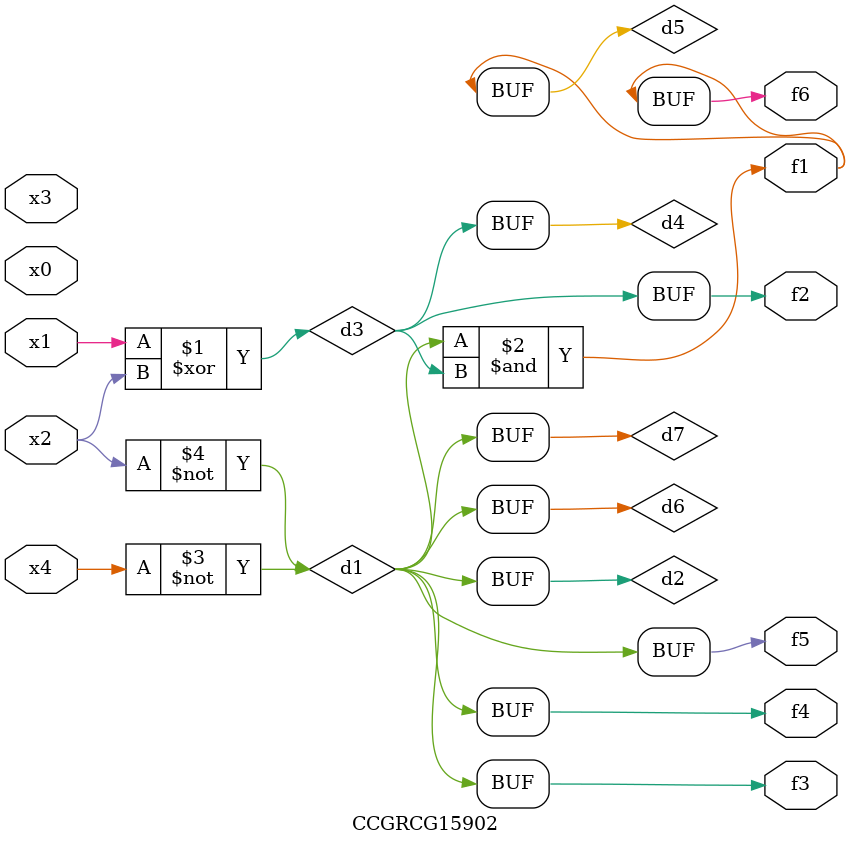
<source format=v>
module CCGRCG15902(
	input x0, x1, x2, x3, x4,
	output f1, f2, f3, f4, f5, f6
);

	wire d1, d2, d3, d4, d5, d6, d7;

	not (d1, x4);
	not (d2, x2);
	xor (d3, x1, x2);
	buf (d4, d3);
	and (d5, d1, d3);
	buf (d6, d1, d2);
	buf (d7, d2);
	assign f1 = d5;
	assign f2 = d4;
	assign f3 = d7;
	assign f4 = d7;
	assign f5 = d7;
	assign f6 = d5;
endmodule

</source>
